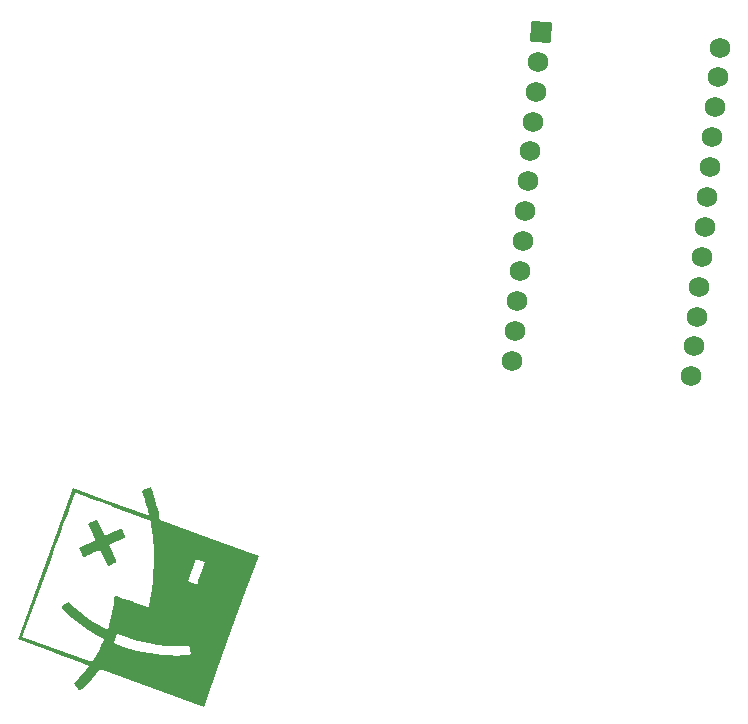
<source format=gbr>
%TF.GenerationSoftware,KiCad,Pcbnew,6.0.1-1.fc35*%
%TF.CreationDate,2022-01-21T00:59:50-05:00*%
%TF.ProjectId,a_dux_30,615f6475-785f-4333-902e-6b696361645f,v1.0.0*%
%TF.SameCoordinates,Original*%
%TF.FileFunction,Legend,Bot*%
%TF.FilePolarity,Positive*%
%FSLAX46Y46*%
G04 Gerber Fmt 4.6, Leading zero omitted, Abs format (unit mm)*
G04 Created by KiCad (PCBNEW 6.0.1-1.fc35) date 2022-01-21 00:59:50*
%MOMM*%
%LPD*%
G01*
G04 APERTURE LIST*
G04 Aperture macros list*
%AMRotRect*
0 Rectangle, with rotation*
0 The origin of the aperture is its center*
0 $1 length*
0 $2 width*
0 $3 Rotation angle, in degrees counterclockwise*
0 Add horizontal line*
21,1,$1,$2,0,0,$3*%
G04 Aperture macros list end*
%ADD10RotRect,1.752600X1.752600X265.000000*%
%ADD11C,1.752600*%
G04 APERTURE END LIST*
%TO.C,*%
G36*
X63686819Y5337469D02*
G01*
X63739973Y5237471D01*
X63815483Y5086631D01*
X63907466Y4896695D01*
X64010044Y4679412D01*
X64330411Y3992671D01*
X65011594Y4314877D01*
X65223358Y4413548D01*
X65417220Y4500914D01*
X65574352Y4568595D01*
X65682485Y4611308D01*
X65729348Y4623773D01*
X65733754Y4620723D01*
X65770627Y4566758D01*
X65827374Y4462402D01*
X65894334Y4328097D01*
X65961851Y4184282D01*
X66020269Y4051401D01*
X66059931Y3949895D01*
X66071181Y3900202D01*
X66071124Y3900068D01*
X66031802Y3874829D01*
X65930173Y3821347D01*
X65777936Y3745458D01*
X65586792Y3652994D01*
X65368442Y3549790D01*
X64675282Y3225695D01*
X64997949Y2531868D01*
X64999630Y2528253D01*
X65100390Y2309260D01*
X65187179Y2116287D01*
X65254781Y1961299D01*
X65297974Y1856254D01*
X65311543Y1813115D01*
X65301606Y1803766D01*
X65234466Y1762501D01*
X65118765Y1699858D01*
X64971564Y1625261D01*
X64900600Y1591147D01*
X64758051Y1527939D01*
X64649640Y1487103D01*
X64594560Y1476230D01*
X64565104Y1513798D01*
X64507869Y1614484D01*
X64429509Y1766207D01*
X64336201Y1956998D01*
X64234120Y2174888D01*
X63919779Y2859649D01*
X63230541Y2533358D01*
X63156949Y2498423D01*
X62922595Y2387400D01*
X62748036Y2310770D01*
X62621200Y2270295D01*
X62530010Y2267733D01*
X62462394Y2304843D01*
X62406274Y2383384D01*
X62349576Y2505115D01*
X62280225Y2671795D01*
X62153412Y2973687D01*
X62855052Y3301748D01*
X62868718Y3308143D01*
X63085457Y3411122D01*
X63272748Y3502925D01*
X63419391Y3577841D01*
X63514187Y3630157D01*
X63545937Y3654158D01*
X63527435Y3694720D01*
X63480101Y3798016D01*
X63409604Y3951675D01*
X63321514Y4143560D01*
X63221396Y4361537D01*
X62907610Y5044566D01*
X63195653Y5186283D01*
X63266928Y5221187D01*
X63437371Y5302287D01*
X63551910Y5351649D01*
X63622722Y5374196D01*
X63661981Y5374851D01*
X63686819Y5337469D01*
G37*
G36*
X72691065Y-10447365D02*
G01*
X63903675Y-7292473D01*
X63564058Y-7712072D01*
X63515307Y-7772000D01*
X63270758Y-8063574D01*
X63036811Y-8328080D01*
X62820982Y-8557743D01*
X62630790Y-8744789D01*
X62473752Y-8881444D01*
X62357387Y-8959934D01*
X62321986Y-8981686D01*
X62277995Y-9028815D01*
X62270927Y-9042230D01*
X62235469Y-9050423D01*
X62171379Y-9010660D01*
X62071419Y-8917491D01*
X61928353Y-8765463D01*
X61882558Y-8714254D01*
X61769495Y-8571402D01*
X61717562Y-8467675D01*
X61723979Y-8394847D01*
X61785959Y-8344699D01*
X61792538Y-8341151D01*
X61861942Y-8284483D01*
X61970360Y-8178022D01*
X62107286Y-8033794D01*
X62262215Y-7863819D01*
X62424640Y-7680120D01*
X62584055Y-7494721D01*
X62729953Y-7319645D01*
X62851830Y-7166913D01*
X62939178Y-7048548D01*
X62981493Y-6976574D01*
X62971901Y-6968886D01*
X62896689Y-6933971D01*
X62749563Y-6873306D01*
X62533740Y-6788118D01*
X62252437Y-6679634D01*
X61908872Y-6549081D01*
X61506262Y-6397685D01*
X61047825Y-6226673D01*
X60536776Y-6037272D01*
X59976333Y-5830708D01*
X56958012Y-4721002D01*
X57024636Y-4537953D01*
X57350562Y-4537953D01*
X63220215Y-6674331D01*
X63271070Y-6595063D01*
X63309586Y-6534622D01*
X63557092Y-6127275D01*
X63791199Y-5710653D01*
X63998890Y-5308717D01*
X64120518Y-5046114D01*
X65074740Y-5046114D01*
X65199354Y-5091778D01*
X65278579Y-5122471D01*
X65417708Y-5179401D01*
X65567934Y-5243228D01*
X65724111Y-5307410D01*
X66118396Y-5447037D01*
X66570784Y-5582178D01*
X67065098Y-5709128D01*
X67585154Y-5824181D01*
X68114774Y-5923632D01*
X68637775Y-6003773D01*
X69137979Y-6060898D01*
X69249840Y-6070544D01*
X69573090Y-6092188D01*
X69903323Y-6106173D01*
X70230705Y-6112819D01*
X70545399Y-6112443D01*
X70837571Y-6105365D01*
X71097387Y-6091903D01*
X71315010Y-6072376D01*
X71480607Y-6047103D01*
X71584343Y-6016402D01*
X71616381Y-5980592D01*
X71611243Y-5954131D01*
X71592550Y-5861089D01*
X71565901Y-5730097D01*
X71536136Y-5584751D01*
X71508091Y-5448651D01*
X71486610Y-5345393D01*
X71476527Y-5298580D01*
X71474700Y-5297194D01*
X71421381Y-5292993D01*
X71307411Y-5293633D01*
X71150304Y-5298595D01*
X70967580Y-5307357D01*
X70776753Y-5319396D01*
X70766646Y-5320086D01*
X70563915Y-5325516D01*
X70300084Y-5321054D01*
X69993793Y-5307996D01*
X69663679Y-5287645D01*
X69328382Y-5261295D01*
X69006540Y-5230247D01*
X68716792Y-5195799D01*
X68477777Y-5159249D01*
X67622347Y-4984156D01*
X66759932Y-4759380D01*
X65958618Y-4498172D01*
X65354074Y-4278648D01*
X65074740Y-5046114D01*
X64120518Y-5046114D01*
X64167151Y-4945429D01*
X64192570Y-4885027D01*
X64233045Y-4764554D01*
X64227824Y-4688551D01*
X64170364Y-4636260D01*
X64054120Y-4586924D01*
X64047759Y-4584502D01*
X63937736Y-4533477D01*
X63775576Y-4447940D01*
X63576534Y-4336845D01*
X63355865Y-4209144D01*
X63128828Y-4073788D01*
X62910673Y-3939731D01*
X62716661Y-3815926D01*
X62562045Y-3711325D01*
X62551875Y-3704108D01*
X62220654Y-3459775D01*
X61891664Y-3200406D01*
X61578338Y-2937622D01*
X61294111Y-2683042D01*
X61052415Y-2448283D01*
X60866685Y-2244965D01*
X60805939Y-2174692D01*
X60729712Y-2094440D01*
X60684952Y-2057744D01*
X60657714Y-2026923D01*
X60690254Y-1962183D01*
X60790032Y-1871025D01*
X60953272Y-1757675D01*
X60972055Y-1745840D01*
X61104549Y-1667671D01*
X61213020Y-1612222D01*
X61275541Y-1590844D01*
X61281231Y-1591519D01*
X61343398Y-1627945D01*
X61437603Y-1708948D01*
X61545818Y-1819290D01*
X61780679Y-2061835D01*
X62234908Y-2467180D01*
X62759420Y-2867091D01*
X63347119Y-3256310D01*
X63990909Y-3629586D01*
X64094023Y-3684878D01*
X64254012Y-3767945D01*
X64384915Y-3832649D01*
X64465575Y-3868347D01*
X64571703Y-3906975D01*
X64654567Y-3622073D01*
X64677626Y-3541444D01*
X64767168Y-3204189D01*
X64854126Y-2841467D01*
X64935039Y-2470565D01*
X65006449Y-2108773D01*
X65064895Y-1773380D01*
X65106918Y-1481673D01*
X65129058Y-1250944D01*
X65134347Y-1185333D01*
X65150014Y-1085892D01*
X65168794Y-1040894D01*
X65212515Y-1051035D01*
X65324359Y-1085776D01*
X65495569Y-1142154D01*
X65717393Y-1217208D01*
X65981073Y-1307975D01*
X66277852Y-1411491D01*
X66598977Y-1524794D01*
X66902855Y-1632346D01*
X67217325Y-1742705D01*
X67467772Y-1829073D01*
X67661250Y-1893637D01*
X67804812Y-1938588D01*
X67905514Y-1966114D01*
X67970407Y-1978404D01*
X68006546Y-1977645D01*
X68020985Y-1966027D01*
X68022201Y-1962549D01*
X68044331Y-1878905D01*
X68076847Y-1732819D01*
X68116459Y-1540991D01*
X68159879Y-1320124D01*
X68203818Y-1086918D01*
X68244986Y-858076D01*
X68280095Y-650300D01*
X68305669Y-486921D01*
X68386512Y195793D01*
X71328315Y195793D01*
X71713253Y55687D01*
X71832129Y13615D01*
X71991126Y-35739D01*
X72089161Y-53779D01*
X72134649Y-42468D01*
X72145655Y-21763D01*
X72182933Y67950D01*
X72240119Y216746D01*
X72312972Y413284D01*
X72397252Y646223D01*
X72488714Y904218D01*
X72806322Y1808953D01*
X72708558Y1838841D01*
X72702006Y1840867D01*
X72609094Y1871175D01*
X72469829Y1918110D01*
X72311740Y1972407D01*
X72012685Y2076085D01*
X71328315Y195793D01*
X68386512Y195793D01*
X68435198Y606948D01*
X68495167Y1709784D01*
X68485627Y2808563D01*
X68406627Y3890262D01*
X68258221Y4941857D01*
X68192298Y5313506D01*
X65011612Y6492909D01*
X64725006Y6599109D01*
X64250622Y6774555D01*
X63801733Y6940158D01*
X63384012Y7093847D01*
X63003131Y7233552D01*
X62664762Y7357203D01*
X62374578Y7462726D01*
X62138250Y7548053D01*
X61961451Y7611111D01*
X61849852Y7649830D01*
X61809128Y7662140D01*
X61801929Y7645913D01*
X61768742Y7560155D01*
X61710125Y7404333D01*
X61627575Y7182532D01*
X61522594Y6898841D01*
X61396681Y6557346D01*
X61251336Y6162132D01*
X61088057Y5717288D01*
X60908345Y5226901D01*
X60713700Y4695055D01*
X60505618Y4125839D01*
X60285604Y3523339D01*
X60055153Y2891643D01*
X59815767Y2234837D01*
X59568946Y1557007D01*
X57350562Y-4537953D01*
X57024636Y-4537953D01*
X61608936Y8057308D01*
X64797383Y6907584D01*
X65076888Y6806878D01*
X65554426Y6635207D01*
X66007159Y6472933D01*
X66429311Y6322103D01*
X66815105Y6184762D01*
X67158765Y6062954D01*
X67454514Y5958725D01*
X67696576Y5874121D01*
X67879175Y5811186D01*
X67996532Y5771965D01*
X68042874Y5758505D01*
X68048997Y5759489D01*
X68066653Y5801087D01*
X68054563Y5907762D01*
X68012228Y6084809D01*
X67963315Y6262869D01*
X67899414Y6488489D01*
X67830599Y6725860D01*
X67761376Y6959917D01*
X67696249Y7175601D01*
X67639724Y7357847D01*
X67596303Y7491598D01*
X67570493Y7561789D01*
X67548243Y7614653D01*
X67510908Y7742162D01*
X67500182Y7847753D01*
X67519905Y7905323D01*
X67561722Y7925760D01*
X67663377Y7966077D01*
X67795236Y8013136D01*
X67900810Y8049975D01*
X68028150Y8096960D01*
X68109859Y8130263D01*
X68163835Y8147364D01*
X68222273Y8141642D01*
X68231123Y8126878D01*
X68263726Y8047461D01*
X68312248Y7914445D01*
X68371274Y7743912D01*
X68435384Y7551942D01*
X68499164Y7354616D01*
X68557195Y7168016D01*
X68604060Y7008222D01*
X68610260Y6986199D01*
X68646906Y6858332D01*
X68687414Y6719470D01*
X68696896Y6686545D01*
X68744657Y6506315D01*
X68803895Y6264983D01*
X68870942Y5977804D01*
X68942128Y5660042D01*
X69001733Y5388665D01*
X73171860Y3859805D01*
X77341989Y2330945D01*
X76137381Y-978687D01*
X74870618Y-4459090D01*
X74000944Y-6848502D01*
X72691065Y-10447365D01*
G37*
%TD*%
D10*
%TO.C,MCU1*%
X101243931Y46694397D03*
D11*
X101022556Y44164062D03*
X100801180Y41633728D03*
X100579804Y39103393D03*
X100358429Y36573059D03*
X100137053Y34042724D03*
X99915678Y31512389D03*
X99694302Y28982055D03*
X99472926Y26451720D03*
X99251551Y23921386D03*
X99030175Y21391051D03*
X98808800Y18860717D03*
X116425938Y45366143D03*
X116204563Y42835809D03*
X115983187Y40305474D03*
X115761812Y37775140D03*
X115540436Y35244805D03*
X115319060Y32714471D03*
X115097685Y30184136D03*
X114876309Y27653801D03*
X114654934Y25123467D03*
X114433558Y22593132D03*
X114212182Y20062798D03*
X113990807Y17532463D03*
%TD*%
M02*

</source>
